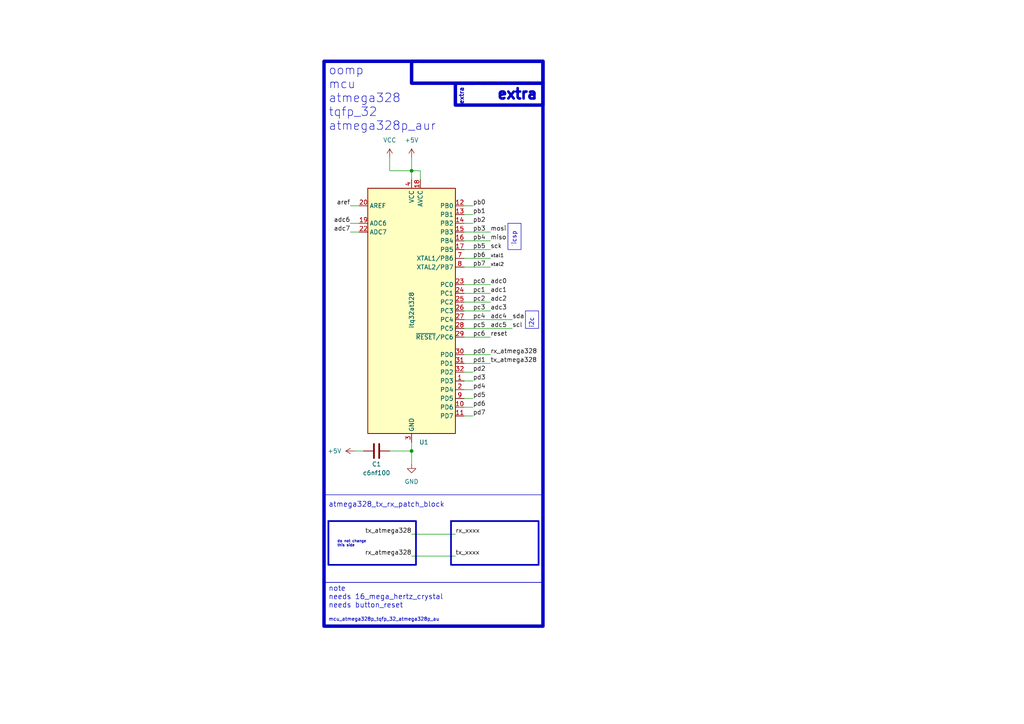
<source format=kicad_sch>
(kicad_sch (version 20230121) (generator eeschema)
  (paper "A4")
  (lib_symbols
    (symbol "oomlout_oomp_part_symbols:c6nf100_electronic_capacitor_0603_100_nano_farad" (pin_numbers hide) (pin_names (offset 0.254))
      (property "Reference" "C" (at 0.635 2.54 0))
      (property "Value" "c6nf100_electronic_capacitor_0603_100_nano_farad" (at 0.635 -2.54 0))
      (symbol "c6nf100_electronic_capacitor_0603_100_nano_farad_0_1"
        (polyline (pts (xy -2.032 -0.762) (xy 2.032 -0.762)) (stroke (width 0.508)))
        (polyline (pts (xy -2.032 0.762) (xy 2.032 0.762)) (stroke (width 0.508)))
      )
      (symbol "c6nf100_electronic_capacitor_0603_100_nano_farad_1_1"
        (pin passive line (at 0 3.81 270) (length 2.794) (name "~") (number "1"))
        (pin passive line (at 0 -3.81 90) (length 2.794) (name "~") (number "2"))
      )
    )
    (symbol "oomlout_oomp_part_symbols:itq32at328_electronic_ic_tqfp_32_mcu_atmega328_microchip_atmega328p_aur"
      (property "Reference" "J" (at -12.7 36.83 0))
      (property "Value" "itq32at328_electronic_ic_tqfp_32_mcu_atmega328_microchip_atmega328p_aur" (at 2.54 -36.83 0))
      (symbol "itq32at328_electronic_ic_tqfp_32_mcu_atmega328_microchip_atmega328p_aur_0_1"
        (rectangle (start -12.7 -35.56) (end 12.7 35.56) (stroke (width 0.254)) (fill (type background)))
      )
      (symbol "itq32at328_electronic_ic_tqfp_32_mcu_atmega328_microchip_atmega328p_aur_1_1"
        (pin bidirectional line (at 15.24 -20.32 180) (length 2.54) (name "PD3") (number "1"))
        (pin bidirectional line (at 15.24 -27.94 180) (length 2.54) (name "PD6") (number "10"))
        (pin bidirectional line (at 15.24 -30.48 180) (length 2.54) (name "PD7") (number "11"))
        (pin bidirectional line (at 15.24 30.48 180) (length 2.54) (name "PB0") (number "12"))
        (pin bidirectional line (at 15.24 27.94 180) (length 2.54) (name "PB1") (number "13"))
        (pin bidirectional line (at 15.24 25.4 180) (length 2.54) (name "PB2") (number "14"))
        (pin bidirectional line (at 15.24 22.86 180) (length 2.54) (name "PB3") (number "15"))
        (pin bidirectional line (at 15.24 20.32 180) (length 2.54) (name "PB4") (number "16"))
        (pin bidirectional line (at 15.24 17.78 180) (length 2.54) (name "PB5") (number "17"))
        (pin power_in line (at 2.54 38.1 270) (length 2.54) (name "AVCC") (number "18"))
        (pin input line (at -15.24 25.4 0) (length 2.54) (name "ADC6") (number "19"))
        (pin bidirectional line (at 15.24 -22.86 180) (length 2.54) (name "PD4") (number "2"))
        (pin passive line (at -15.24 30.48 0) (length 2.54) (name "AREF") (number "20"))
        (pin passive line (at 0 -38.1 90) (length 2.54) hide (name "GND") (number "21"))
        (pin input line (at -15.24 22.86 0) (length 2.54) (name "ADC7") (number "22"))
        (pin bidirectional line (at 15.24 7.62 180) (length 2.54) (name "PC0") (number "23"))
        (pin bidirectional line (at 15.24 5.08 180) (length 2.54) (name "PC1") (number "24"))
        (pin bidirectional line (at 15.24 2.54 180) (length 2.54) (name "PC2") (number "25"))
        (pin bidirectional line (at 15.24 0 180) (length 2.54) (name "PC3") (number "26"))
        (pin bidirectional line (at 15.24 -2.54 180) (length 2.54) (name "PC4") (number "27"))
        (pin bidirectional line (at 15.24 -5.08 180) (length 2.54) (name "PC5") (number "28"))
        (pin bidirectional line (at 15.24 -7.62 180) (length 2.54) (name "~{RESET}/PC6") (number "29"))
        (pin power_in line (at 0 -38.1 90) (length 2.54) (name "GND") (number "3"))
        (pin bidirectional line (at 15.24 -12.7 180) (length 2.54) (name "PD0") (number "30"))
        (pin bidirectional line (at 15.24 -15.24 180) (length 2.54) (name "PD1") (number "31"))
        (pin bidirectional line (at 15.24 -17.78 180) (length 2.54) (name "PD2") (number "32"))
        (pin power_in line (at 0 38.1 270) (length 2.54) (name "VCC") (number "4"))
        (pin passive line (at 0 -38.1 90) (length 2.54) hide (name "GND") (number "5"))
        (pin passive line (at 0 38.1 270) (length 2.54) hide (name "VCC") (number "6"))
        (pin bidirectional line (at 15.24 15.24 180) (length 2.54) (name "XTAL1/PB6") (number "7"))
        (pin bidirectional line (at 15.24 12.7 180) (length 2.54) (name "XTAL2/PB7") (number "8"))
        (pin bidirectional line (at 15.24 -25.4 180) (length 2.54) (name "PD5") (number "9"))
      )
    )
    (symbol "power:+5V" (power) (pin_names (offset 0))
      (property "Value" "+5V" (at 0 3.556 0))
      (symbol "+5V_0_1"
        (polyline (pts (xy -0.762 1.27) (xy 0 2.54)))
        (polyline (pts (xy 0 0) (xy 0 2.54)))
        (polyline (pts (xy 0 2.54) (xy 0.762 1.27)))
      )
      (symbol "+5V_1_1"
        (pin power_in line (at 0 0 90) (length 0) hide (name "+5V") (number "1"))
      )
    )
    (symbol "power:GND" (power) (pin_names (offset 0))
      (property "Value" "GND" (at 0 -3.81 0))
      (symbol "GND_0_1"
        (polyline (pts (xy 0 0) (xy 0 -1.27) (xy 1.27 -1.27) (xy 0 -2.54) (xy -1.27 -1.27) (xy 0 -1.27)))
      )
      (symbol "GND_1_1"
        (pin power_in line (at 0 0 270) (length 0) hide (name "GND") (number "1"))
      )
    )
    (symbol "power:VCC" (power) (pin_names (offset 0))
      (property "Value" "VCC" (at 0 3.81 0))
      (symbol "VCC_0_1"
        (polyline (pts (xy -0.762 1.27) (xy 0 2.54)))
        (polyline (pts (xy 0 0) (xy 0 2.54)))
        (polyline (pts (xy 0 2.54) (xy 0.762 1.27)))
      )
      (symbol "VCC_1_1"
        (pin power_in line (at 0 0 90) (length 0) hide (name "VCC") (number "1"))
      )
    )
  )
  (junction (at 119.38 130.81))
  (junction (at 119.38 49.53))
  (wire (pts (xy 119.38 49.53) (xy 119.38 52.07)))
  (wire (pts (xy 134.62 105.41) (xy 142.24 105.41)))
  (wire (pts (xy 119.38 128.27) (xy 119.38 130.81)))
  (wire (pts (xy 113.03 45.72) (xy 113.03 49.53)))
  (wire (pts (xy 134.62 107.95) (xy 137.16 107.95)))
  (wire (pts (xy 134.62 64.77) (xy 137.16 64.77)))
  (wire (pts (xy 101.6 67.31) (xy 104.14 67.31)))
  (wire (pts (xy 134.62 120.65) (xy 137.16 120.65)))
  (wire (pts (xy 119.38 130.81) (xy 119.38 134.62)))
  (wire (pts (xy 102.87 130.81) (xy 105.41 130.81)))
  (wire (pts (xy 134.62 74.93) (xy 142.24 74.93)))
  (wire (pts (xy 134.62 95.25) (xy 148.59 95.25)))
  (wire (pts (xy 113.03 49.53) (xy 119.38 49.53)))
  (wire (pts (xy 134.62 92.71) (xy 148.59 92.71)))
  (wire (pts (xy 119.38 154.94) (xy 132.08 154.94)))
  (wire (pts (xy 134.62 87.63) (xy 142.24 87.63)))
  (wire (pts (xy 134.62 69.85) (xy 142.24 69.85)))
  (wire (pts (xy 121.92 52.07) (xy 121.92 49.53)))
  (wire (pts (xy 134.62 62.23) (xy 137.16 62.23)))
  (wire (pts (xy 134.62 102.87) (xy 142.24 102.87)))
  (wire (pts (xy 134.62 82.55) (xy 142.24 82.55)))
  (wire (pts (xy 134.62 85.09) (xy 142.24 85.09)))
  (wire (pts (xy 134.62 115.57) (xy 137.16 115.57)))
  (wire (pts (xy 113.03 130.81) (xy 119.38 130.81)))
  (wire (pts (xy 134.62 118.11) (xy 137.16 118.11)))
  (wire (pts (xy 134.62 97.79) (xy 142.24 97.79)))
  (wire (pts (xy 134.62 67.31) (xy 142.24 67.31)))
  (wire (pts (xy 134.62 110.49) (xy 137.16 110.49)))
  (wire (pts (xy 134.62 113.03) (xy 137.16 113.03)))
  (wire (pts (xy 119.38 45.72) (xy 119.38 49.53)))
  (wire (pts (xy 121.92 49.53) (xy 119.38 49.53)))
  (wire (pts (xy 134.62 72.39) (xy 142.24 72.39)))
  (wire (pts (xy 134.62 77.47) (xy 142.24 77.47)))
  (wire (pts (xy 119.38 161.29) (xy 132.08 161.29)))
  (wire (pts (xy 101.6 59.69) (xy 104.14 59.69)))
  (wire (pts (xy 101.6 64.77) (xy 104.14 64.77)))
  (wire (pts (xy 134.62 59.69) (xy 137.16 59.69)))
  (wire (pts (xy 134.62 90.17) (xy 142.24 90.17)))
  (rectangle (start 148.59 71.12) (end 148.59 71.12))
  (rectangle (start 93.98 143.51) (end 157.48 168.91))
  (rectangle (start 93.98 17.78) (end 157.48 181.61) (stroke (width 1)))
  (rectangle (start 138.43 181.61) (end 138.43 181.61))
  (rectangle (start 119.38 17.78) (end 157.48 24.13) (stroke (width 1)) (fill (type color)))
  (rectangle (start 95.25 151.13) (end 120.65 163.83) (stroke (width 0.5)))
  (rectangle (start 147.32 64.77) (end 151.13 72.39))
  (rectangle (start 93.98 168.91) (end 157.48 181.61))
  (rectangle (start 132.08 24.13) (end 157.48 30.48) (stroke (width 1)))
  (rectangle (start 130.81 151.13) (end 156.21 163.83) (stroke (width 0.5)))
  (rectangle (start 152.4 90.17) (end 156.21 95.25))
  (text "i2c\n" (at 154.94 95.25 90) (effects (font (size 1.27 1.27)) (justify left bottom)))
  (text "mcu_atmega328p_tqfp_32_atmega328p_au" (at 95.25 180.34 0) (effects (font (size 1 1)) (justify left bottom)))
  (text "atmega328" (at 156.21 24.13 0) (effects (font (size 4 4) (thickness 0.8) bold) (justify right bottom)))
  (text "name" (at 121.92 24.13 90) (effects (font (size 1.27 1.27) (thickness 0.254) bold) (justify left bottom)))
  (text "note\nneeds 16_mega_hertz_crystal\nneeds button_reset\n" (at 95.25 176.53 0) (effects (font (size 1.5 1.5)) (justify left bottom)))
  (text "extra" (at 156.21 29.21 0) (effects (font (size 3 3) (thickness 0.8) bold) (justify right bottom)))
  (text "oomp\nmcu\natmega328\ntqfp_32\natmega328p_aur" (at 95.25 38.1 0) (effects (font (size 2.5 2.5)) (justify left bottom)))
  (text "extra" (at 134.62 30.48 90) (effects (font (size 1.27 1.27) (thickness 0.254) bold) (justify left bottom)))
  (text "atmega328_tx_rx_patch_block" (at 95.25 147.32 0) (effects (font (size 1.5 1.5)) (justify left bottom)))
  (text "do not change\nthis side" (at 97.79 158.75 0) (effects (font (size 0.75 0.75)) (justify left bottom)))
  (text "icsp\n" (at 149.86 71.12 90) (effects (font (size 1.27 1.27)) (justify left bottom)))
  (label "pb0" (at 137.16 59.69 0))
  (label "pc0" (at 137.16 82.55 0))
  (label "adc4" (at 142.24 92.71 0))
  (label "adc2" (at 142.24 87.63 0))
  (label "pc2" (at 137.16 87.63 0))
  (label "adc6" (at 101.6 64.77 180))
  (label "pd7" (at 137.16 120.65 0))
  (label "scl" (at 148.59 95.25 0))
  (label "xtal2" (at 142.24 77.47 0) (effects (font (size 1 1))))
  (label "pb3" (at 137.16 67.31 0))
  (label "pb7" (at 137.16 77.47 0))
  (label "pb1" (at 137.16 62.23 0))
  (label "pd2" (at 137.16 107.95 0))
  (label "rx_atmega328" (at 142.24 102.87 0))
  (label "adc0" (at 142.24 82.55 0))
  (label "mosi" (at 142.24 67.31 0))
  (label "adc1" (at 142.24 85.09 0))
  (label "pc3" (at 137.16 90.17 0))
  (label "pc1" (at 137.16 85.09 0))
  (label "aref" (at 101.6 59.69 180))
  (label "pd5" (at 137.16 115.57 0))
  (label "adc3" (at 142.24 90.17 0))
  (label "pb2" (at 137.16 64.77 0))
  (label "adc5" (at 142.24 95.25 0))
  (label "pc4" (at 137.16 92.71 0))
  (label "pd0" (at 137.16 102.87 0))
  (label "pb6" (at 137.16 74.93 0))
  (label "miso" (at 142.24 69.85 0))
  (label "pd4" (at 137.16 113.03 0))
  (label "adc7" (at 101.6 67.31 180))
  (label "rx_atmega328" (at 119.38 161.29 180))
  (label "pb4" (at 137.16 69.85 0))
  (label "pd3" (at 137.16 110.49 0))
  (label "tx_atmega328" (at 142.24 105.41 0))
  (label "pd1" (at 137.16 105.41 0))
  (label "reset" (at 142.24 97.79 0))
  (label "rx_xxxx" (at 132.08 154.94 0))
  (label "sda" (at 148.59 92.71 0))
  (label "pc5" (at 137.16 95.25 0))
  (label "pd6" (at 137.16 118.11 0))
  (label "tx_atmega328" (at 119.38 154.94 180))
  (label "pb5" (at 137.16 72.39 0))
  (label "xtal1" (at 142.24 74.93 0) (effects (font (size 1 1))))
  (label "pc6" (at 137.16 97.79 0))
  (label "tx_xxxx" (at 132.08 161.29 0))
  (label "sck" (at 142.24 72.39 0))
  (symbol (lib_id "power:GND") (at 119.38 134.62 0) (unit 1)
    (property "Reference" "#PWR04" (effects hide))
    (property "Value" "GND" (at 119.38 139.7 0))
  )
  (symbol (lib_id "power:VCC") (at 113.03 45.72 0) (unit 1)
    (property "Reference" "#PWR02" (effects hide))
    (property "Value" "VCC" (at 113.03 40.64 0))
  )
  (symbol (lib_id "oomlout_oomp_part_symbols:c6nf100_electronic_capacitor_0603_100_nano_farad") (at 109.22 130.81 90) (unit 1)
    (property "Reference" "C1" (at 109.22 134.62 90))
    (property "Value" "c6nf100" (at 109.22 137.16 90))
    (property "Footprint" "oomlout_oomp_part_kicad_footprints:c6nf100_electronic_capacitor_0603_100_nano_farad" (effects hide))
    (property "Datasheet" "https://github.com/oomlout/oomlout_oomp_v3/parts/electronic_capacitor_0603_100_nano_farad/datasheet.pdf" (effects hide))
  )
  (symbol (lib_id "power:+5V") (at 102.87 130.81 90) (unit 1)
    (property "Reference" "#PWR01" (effects hide))
    (property "Value" "+5V" (at 99.06 130.81 90) (effects (justify left)))
  )
  (symbol (lib_id "power:+5V") (at 119.38 45.72 0) (unit 1)
    (property "Reference" "#PWR03" (effects hide))
    (property "Value" "+5V" (at 119.38 40.64 0))
  )
  (symbol (lib_id "oomlout_oomp_part_symbols:itq32at328_electronic_ic_tqfp_32_mcu_atmega328_microchip_atmega328p_aur") (at 119.38 90.17 0) (unit 1)
    (property "Reference" "U1" (at 121.5741 128.27 0) (effects (justify left)))
    (property "Value" "itq32at328" (at 119.38 95.25 90) (effects (justify left)))
    (property "Footprint" "oomlout_oomp_part_kicad_footprints:itq32at328_electronic_ic_tqfp_32_mcu_atmega328_microchip_atmega328p_aur" (effects hide))
    (property "Datasheet" "https://github.com/oomlout/oomlout_oomp_v3/parts/electronic_ic_tqfp_32_mcu_atmega328_microchip_atmega328p_aur/datasheet.pdf" (effects hide))
  )
)
</source>
